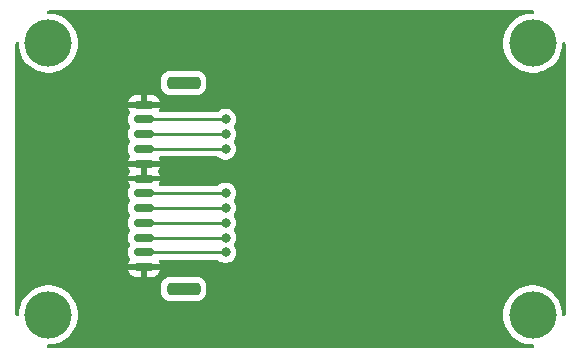
<source format=gbr>
%TF.GenerationSoftware,KiCad,Pcbnew,7.0.7*%
%TF.CreationDate,2023-10-31T21:22:21-06:00*%
%TF.ProjectId,hex-display,6865782d-6469-4737-906c-61792e6b6963,rev?*%
%TF.SameCoordinates,Original*%
%TF.FileFunction,Copper,L2,Bot*%
%TF.FilePolarity,Positive*%
%FSLAX46Y46*%
G04 Gerber Fmt 4.6, Leading zero omitted, Abs format (unit mm)*
G04 Created by KiCad (PCBNEW 7.0.7) date 2023-10-31 21:22:21*
%MOMM*%
%LPD*%
G01*
G04 APERTURE LIST*
G04 Aperture macros list*
%AMRoundRect*
0 Rectangle with rounded corners*
0 $1 Rounding radius*
0 $2 $3 $4 $5 $6 $7 $8 $9 X,Y pos of 4 corners*
0 Add a 4 corners polygon primitive as box body*
4,1,4,$2,$3,$4,$5,$6,$7,$8,$9,$2,$3,0*
0 Add four circle primitives for the rounded corners*
1,1,$1+$1,$2,$3*
1,1,$1+$1,$4,$5*
1,1,$1+$1,$6,$7*
1,1,$1+$1,$8,$9*
0 Add four rect primitives between the rounded corners*
20,1,$1+$1,$2,$3,$4,$5,0*
20,1,$1+$1,$4,$5,$6,$7,0*
20,1,$1+$1,$6,$7,$8,$9,0*
20,1,$1+$1,$8,$9,$2,$3,0*%
G04 Aperture macros list end*
%TA.AperFunction,ComponentPad*%
%ADD10C,4.000000*%
%TD*%
%TA.AperFunction,SMDPad,CuDef*%
%ADD11RoundRect,0.150000X0.700000X-0.150000X0.700000X0.150000X-0.700000X0.150000X-0.700000X-0.150000X0*%
%TD*%
%TA.AperFunction,SMDPad,CuDef*%
%ADD12RoundRect,0.250000X1.150000X-0.250000X1.150000X0.250000X-1.150000X0.250000X-1.150000X-0.250000X0*%
%TD*%
%TA.AperFunction,ViaPad*%
%ADD13C,0.800000*%
%TD*%
%TA.AperFunction,Conductor*%
%ADD14C,0.250000*%
%TD*%
G04 APERTURE END LIST*
D10*
%TO.P,H4,*%
%TO.N,*%
X164000000Y-101000000D03*
%TD*%
%TO.P,H2,*%
%TO.N,*%
X164000000Y-78000000D03*
%TD*%
%TO.P,H1,*%
%TO.N,*%
X123000000Y-78000000D03*
%TD*%
%TO.P,H3,*%
%TO.N,*%
X123000000Y-101000000D03*
%TD*%
D11*
%TO.P,J1,1,Pin_1*%
%TO.N,/GND*%
X131100000Y-96950000D03*
%TO.P,J1,2,Pin_2*%
%TO.N,/TFT_RES*%
X131100000Y-95700000D03*
%TO.P,J1,3,Pin_3*%
%TO.N,/TFT_SDA*%
X131100000Y-94450000D03*
%TO.P,J1,4,Pin_4*%
%TO.N,/TFT_SCL*%
X131100000Y-93200000D03*
%TO.P,J1,5,Pin_5*%
%TO.N,/TFT_CS*%
X131100000Y-91950000D03*
%TO.P,J1,6,Pin_6*%
%TO.N,/TFT_DC*%
X131100000Y-90700000D03*
%TO.P,J1,7,Pin_7*%
%TO.N,/GND*%
X131100000Y-89450000D03*
%TO.P,J1,8,Pin_8*%
X131100000Y-88200000D03*
%TO.P,J1,9,Pin_9*%
%TO.N,/3V3*%
X131100000Y-86950000D03*
%TO.P,J1,10,Pin_10*%
%TO.N,/LEDA*%
X131100000Y-85700000D03*
%TO.P,J1,11,Pin_11*%
%TO.N,/LEDK*%
X131100000Y-84450000D03*
%TO.P,J1,12,Pin_12*%
%TO.N,/GND*%
X131100000Y-83200000D03*
D12*
%TO.P,J1,MP*%
%TO.N,N/C*%
X134450000Y-98800000D03*
X134450000Y-81350000D03*
%TD*%
D13*
%TO.N,/TFT_RES*%
X138000000Y-95700000D03*
%TO.N,/TFT_SDA*%
X138000000Y-94450000D03*
%TO.N,/TFT_SCL*%
X138000000Y-93200000D03*
%TO.N,/TFT_CS*%
X138000000Y-91950000D03*
%TO.N,/TFT_DC*%
X138000000Y-90700000D03*
%TO.N,/3V3*%
X138000000Y-86950000D03*
%TO.N,/LEDA*%
X138000000Y-85700000D03*
%TO.N,/LEDK*%
X138000000Y-84450000D03*
%TO.N,/GND*%
X150500000Y-93900000D03*
X150500000Y-89000000D03*
X150500000Y-86200000D03*
%TD*%
D14*
%TO.N,/TFT_RES*%
X131100000Y-95700000D02*
X138000000Y-95700000D01*
%TO.N,/TFT_SDA*%
X131100000Y-94450000D02*
X138000000Y-94450000D01*
%TO.N,/TFT_SCL*%
X131100000Y-93200000D02*
X138000000Y-93200000D01*
%TO.N,/TFT_CS*%
X131100000Y-91950000D02*
X138000000Y-91950000D01*
%TO.N,/TFT_DC*%
X131100000Y-90700000D02*
X138000000Y-90700000D01*
%TO.N,/3V3*%
X131100000Y-86950000D02*
X138000000Y-86950000D01*
%TO.N,/LEDA*%
X131100000Y-85700000D02*
X138000000Y-85700000D01*
%TO.N,/LEDK*%
X131100000Y-84450000D02*
X138000000Y-84450000D01*
%TD*%
%TA.AperFunction,Conductor*%
%TO.N,/GND*%
G36*
X164015677Y-75219685D02*
G01*
X164036319Y-75236319D01*
X164087819Y-75287819D01*
X164121304Y-75349142D01*
X164116320Y-75418834D01*
X164074448Y-75474767D01*
X164008984Y-75499184D01*
X164000138Y-75499500D01*
X163842670Y-75499500D01*
X163530536Y-75538932D01*
X163530523Y-75538934D01*
X163225774Y-75617180D01*
X163225771Y-75617181D01*
X162933242Y-75733001D01*
X162933241Y-75733002D01*
X162657516Y-75884584D01*
X162657504Y-75884591D01*
X162402978Y-76069515D01*
X162402968Y-76069523D01*
X162173608Y-76284907D01*
X162173606Y-76284909D01*
X161973054Y-76527334D01*
X161973051Y-76527338D01*
X161804464Y-76792990D01*
X161804461Y-76792996D01*
X161670499Y-77077678D01*
X161670497Y-77077683D01*
X161573270Y-77376916D01*
X161514311Y-77685988D01*
X161514310Y-77685995D01*
X161494556Y-77999994D01*
X161494556Y-78000005D01*
X161514310Y-78314004D01*
X161514311Y-78314011D01*
X161573270Y-78623083D01*
X161670497Y-78922316D01*
X161670499Y-78922321D01*
X161804461Y-79207003D01*
X161804464Y-79207009D01*
X161973051Y-79472661D01*
X161973054Y-79472665D01*
X162173606Y-79715090D01*
X162173608Y-79715092D01*
X162402968Y-79930476D01*
X162402978Y-79930484D01*
X162657504Y-80115408D01*
X162657509Y-80115410D01*
X162657516Y-80115416D01*
X162933234Y-80266994D01*
X162933239Y-80266996D01*
X162933241Y-80266997D01*
X162933242Y-80266998D01*
X163225771Y-80382818D01*
X163225774Y-80382819D01*
X163530523Y-80461065D01*
X163530527Y-80461066D01*
X163596010Y-80469338D01*
X163842670Y-80500499D01*
X163842679Y-80500499D01*
X163842682Y-80500500D01*
X163842684Y-80500500D01*
X164157316Y-80500500D01*
X164157318Y-80500500D01*
X164157321Y-80500499D01*
X164157329Y-80500499D01*
X164343593Y-80476968D01*
X164469473Y-80461066D01*
X164774225Y-80382819D01*
X164831857Y-80360001D01*
X165066757Y-80266998D01*
X165066758Y-80266997D01*
X165066756Y-80266997D01*
X165066766Y-80266994D01*
X165342484Y-80115416D01*
X165597030Y-79930478D01*
X165826390Y-79715094D01*
X166026947Y-79472663D01*
X166195537Y-79207007D01*
X166329503Y-78922315D01*
X166426731Y-78623079D01*
X166485688Y-78314015D01*
X166505444Y-78000000D01*
X166505444Y-77999994D01*
X166505635Y-77996966D01*
X166529490Y-77931295D01*
X166585062Y-77888946D01*
X166654709Y-77883364D01*
X166716317Y-77916323D01*
X166717071Y-77917071D01*
X166763681Y-77963681D01*
X166797166Y-78025004D01*
X166800000Y-78051362D01*
X166800000Y-100948637D01*
X166780315Y-101015676D01*
X166763681Y-101036318D01*
X166717071Y-101082928D01*
X166655748Y-101116413D01*
X166586056Y-101111429D01*
X166530123Y-101069557D01*
X166505706Y-101004093D01*
X166505635Y-101003033D01*
X166485689Y-100685995D01*
X166485688Y-100685988D01*
X166485688Y-100685985D01*
X166426731Y-100376921D01*
X166329503Y-100077685D01*
X166195537Y-99792993D01*
X166026947Y-99527337D01*
X166026945Y-99527334D01*
X165826393Y-99284909D01*
X165826391Y-99284907D01*
X165597031Y-99069523D01*
X165597021Y-99069515D01*
X165342495Y-98884591D01*
X165342488Y-98884586D01*
X165342484Y-98884584D01*
X165066766Y-98733006D01*
X165066763Y-98733004D01*
X165066758Y-98733002D01*
X165066757Y-98733001D01*
X164774228Y-98617181D01*
X164774225Y-98617180D01*
X164469476Y-98538934D01*
X164469463Y-98538932D01*
X164157329Y-98499500D01*
X164157318Y-98499500D01*
X163842682Y-98499500D01*
X163842670Y-98499500D01*
X163530536Y-98538932D01*
X163530523Y-98538934D01*
X163225774Y-98617180D01*
X163225771Y-98617181D01*
X162933242Y-98733001D01*
X162933241Y-98733002D01*
X162657516Y-98884584D01*
X162657504Y-98884591D01*
X162402978Y-99069515D01*
X162402968Y-99069523D01*
X162173608Y-99284907D01*
X162173606Y-99284909D01*
X161973054Y-99527334D01*
X161973051Y-99527338D01*
X161804464Y-99792990D01*
X161804461Y-99792996D01*
X161670499Y-100077678D01*
X161670497Y-100077683D01*
X161573270Y-100376916D01*
X161514311Y-100685988D01*
X161514310Y-100685995D01*
X161494556Y-100999994D01*
X161494556Y-101000005D01*
X161514310Y-101314004D01*
X161514311Y-101314011D01*
X161573270Y-101623083D01*
X161670497Y-101922316D01*
X161670499Y-101922321D01*
X161804461Y-102207003D01*
X161804464Y-102207009D01*
X161973051Y-102472661D01*
X161973054Y-102472665D01*
X162173606Y-102715090D01*
X162173608Y-102715092D01*
X162402968Y-102930476D01*
X162402978Y-102930484D01*
X162657504Y-103115408D01*
X162657509Y-103115410D01*
X162657516Y-103115416D01*
X162933234Y-103266994D01*
X162933239Y-103266996D01*
X162933241Y-103266997D01*
X162933242Y-103266998D01*
X163225771Y-103382818D01*
X163225774Y-103382819D01*
X163473208Y-103446349D01*
X163530527Y-103461066D01*
X163596010Y-103469338D01*
X163842670Y-103500499D01*
X163842679Y-103500499D01*
X163842682Y-103500500D01*
X163842684Y-103500500D01*
X164000138Y-103500500D01*
X164067177Y-103520185D01*
X164112932Y-103572989D01*
X164122876Y-103642147D01*
X164093851Y-103705703D01*
X164087819Y-103712181D01*
X164036319Y-103763681D01*
X163974996Y-103797166D01*
X163948638Y-103800000D01*
X123051362Y-103800000D01*
X122984323Y-103780315D01*
X122963681Y-103763681D01*
X122912181Y-103712181D01*
X122878696Y-103650858D01*
X122883680Y-103581166D01*
X122925552Y-103525233D01*
X122991016Y-103500816D01*
X122999862Y-103500500D01*
X123157316Y-103500500D01*
X123157318Y-103500500D01*
X123157321Y-103500499D01*
X123157329Y-103500499D01*
X123343593Y-103476968D01*
X123469473Y-103461066D01*
X123774225Y-103382819D01*
X123774228Y-103382818D01*
X124066757Y-103266998D01*
X124066758Y-103266997D01*
X124066756Y-103266997D01*
X124066766Y-103266994D01*
X124342484Y-103115416D01*
X124597030Y-102930478D01*
X124826390Y-102715094D01*
X125026947Y-102472663D01*
X125195537Y-102207007D01*
X125329503Y-101922315D01*
X125426731Y-101623079D01*
X125485688Y-101314015D01*
X125498434Y-101111429D01*
X125505444Y-101000005D01*
X125505444Y-100999994D01*
X125485689Y-100685995D01*
X125485688Y-100685988D01*
X125485688Y-100685985D01*
X125426731Y-100376921D01*
X125329503Y-100077685D01*
X125195537Y-99792993D01*
X125026947Y-99527337D01*
X125026945Y-99527334D01*
X124826393Y-99284909D01*
X124826391Y-99284907D01*
X124629487Y-99100001D01*
X132549500Y-99100001D01*
X132549501Y-99100019D01*
X132560000Y-99202796D01*
X132560001Y-99202799D01*
X132587210Y-99284909D01*
X132615186Y-99369334D01*
X132707288Y-99518656D01*
X132831344Y-99642712D01*
X132980666Y-99734814D01*
X133147203Y-99789999D01*
X133249991Y-99800500D01*
X135650008Y-99800499D01*
X135752797Y-99789999D01*
X135919334Y-99734814D01*
X136068656Y-99642712D01*
X136192712Y-99518656D01*
X136284814Y-99369334D01*
X136339999Y-99202797D01*
X136350500Y-99100009D01*
X136350499Y-98499992D01*
X136339999Y-98397203D01*
X136284814Y-98230666D01*
X136192712Y-98081344D01*
X136068656Y-97957288D01*
X135919334Y-97865186D01*
X135752797Y-97810001D01*
X135752795Y-97810000D01*
X135650010Y-97799500D01*
X133249998Y-97799500D01*
X133249981Y-97799501D01*
X133147203Y-97810000D01*
X133147200Y-97810001D01*
X132980668Y-97865185D01*
X132980663Y-97865187D01*
X132831342Y-97957289D01*
X132707289Y-98081342D01*
X132615187Y-98230663D01*
X132615185Y-98230666D01*
X132615186Y-98230666D01*
X132560001Y-98397203D01*
X132560001Y-98397204D01*
X132560000Y-98397204D01*
X132549500Y-98499983D01*
X132549500Y-99100001D01*
X124629487Y-99100001D01*
X124597031Y-99069523D01*
X124597021Y-99069515D01*
X124342495Y-98884591D01*
X124342488Y-98884586D01*
X124342484Y-98884584D01*
X124066766Y-98733006D01*
X124066763Y-98733004D01*
X124066758Y-98733002D01*
X124066757Y-98733001D01*
X123774228Y-98617181D01*
X123774225Y-98617180D01*
X123469476Y-98538934D01*
X123469463Y-98538932D01*
X123157329Y-98499500D01*
X123157318Y-98499500D01*
X122842682Y-98499500D01*
X122842670Y-98499500D01*
X122530536Y-98538932D01*
X122530523Y-98538934D01*
X122225774Y-98617180D01*
X122225771Y-98617181D01*
X121933242Y-98733001D01*
X121933241Y-98733002D01*
X121657516Y-98884584D01*
X121657504Y-98884591D01*
X121402978Y-99069515D01*
X121402968Y-99069523D01*
X121173608Y-99284907D01*
X121173606Y-99284909D01*
X120973054Y-99527334D01*
X120973051Y-99527338D01*
X120804464Y-99792990D01*
X120804461Y-99792996D01*
X120670499Y-100077678D01*
X120670497Y-100077683D01*
X120573270Y-100376916D01*
X120514311Y-100685988D01*
X120514310Y-100685995D01*
X120494364Y-101003033D01*
X120470509Y-101068704D01*
X120414936Y-101111053D01*
X120345290Y-101116635D01*
X120283682Y-101083676D01*
X120282927Y-101082927D01*
X120236318Y-101036317D01*
X120202834Y-100974994D01*
X120200000Y-100948637D01*
X120200000Y-97200001D01*
X129752704Y-97200001D01*
X129752899Y-97202486D01*
X129798718Y-97360198D01*
X129882314Y-97501552D01*
X129882321Y-97501561D01*
X129998438Y-97617678D01*
X129998447Y-97617685D01*
X130139803Y-97701282D01*
X130139806Y-97701283D01*
X130297504Y-97747099D01*
X130297510Y-97747100D01*
X130334356Y-97750000D01*
X130850000Y-97750000D01*
X130850000Y-97200000D01*
X131350000Y-97200000D01*
X131350000Y-97750000D01*
X131865644Y-97750000D01*
X131902489Y-97747100D01*
X131902495Y-97747099D01*
X132060193Y-97701283D01*
X132060196Y-97701282D01*
X132201552Y-97617685D01*
X132201561Y-97617678D01*
X132317678Y-97501561D01*
X132317685Y-97501552D01*
X132401281Y-97360198D01*
X132447100Y-97202486D01*
X132447295Y-97200001D01*
X132447295Y-97200000D01*
X131350000Y-97200000D01*
X130850000Y-97200000D01*
X129752705Y-97200000D01*
X129752704Y-97200001D01*
X120200000Y-97200001D01*
X120200000Y-95915696D01*
X129749500Y-95915696D01*
X129752401Y-95952567D01*
X129752402Y-95952573D01*
X129798254Y-96110393D01*
X129798255Y-96110396D01*
X129885890Y-96258580D01*
X129884045Y-96259670D01*
X129905551Y-96314463D01*
X129891862Y-96382979D01*
X129886252Y-96391707D01*
X129886288Y-96391729D01*
X129798718Y-96539801D01*
X129752899Y-96697513D01*
X129752704Y-96699998D01*
X129752705Y-96700000D01*
X132447295Y-96700000D01*
X132447295Y-96699998D01*
X132447100Y-96697513D01*
X132401281Y-96539801D01*
X132385207Y-96512621D01*
X132368024Y-96444897D01*
X132390184Y-96378635D01*
X132444650Y-96334871D01*
X132491939Y-96325500D01*
X137296252Y-96325500D01*
X137363291Y-96345185D01*
X137388400Y-96366526D01*
X137394126Y-96372885D01*
X137394130Y-96372889D01*
X137547265Y-96484148D01*
X137547270Y-96484151D01*
X137720192Y-96561142D01*
X137720197Y-96561144D01*
X137905354Y-96600500D01*
X137905355Y-96600500D01*
X138094644Y-96600500D01*
X138094646Y-96600500D01*
X138279803Y-96561144D01*
X138452730Y-96484151D01*
X138605871Y-96372888D01*
X138732533Y-96232216D01*
X138827179Y-96068284D01*
X138885674Y-95888256D01*
X138905460Y-95700000D01*
X138885674Y-95511744D01*
X138827179Y-95331716D01*
X138732533Y-95167784D01*
X138723696Y-95157969D01*
X138693468Y-95094976D01*
X138702095Y-95025641D01*
X138723696Y-94992029D01*
X138732533Y-94982216D01*
X138827179Y-94818284D01*
X138885674Y-94638256D01*
X138905460Y-94450000D01*
X138885674Y-94261744D01*
X138827179Y-94081716D01*
X138732533Y-93917784D01*
X138723698Y-93907972D01*
X138693469Y-93844981D01*
X138702093Y-93775646D01*
X138723699Y-93742027D01*
X138732533Y-93732216D01*
X138827179Y-93568284D01*
X138885674Y-93388256D01*
X138905460Y-93200000D01*
X138885674Y-93011744D01*
X138827179Y-92831716D01*
X138732533Y-92667784D01*
X138723696Y-92657969D01*
X138693468Y-92594976D01*
X138702095Y-92525641D01*
X138723696Y-92492029D01*
X138732533Y-92482216D01*
X138827179Y-92318284D01*
X138885674Y-92138256D01*
X138905460Y-91950000D01*
X138885674Y-91761744D01*
X138827179Y-91581716D01*
X138732533Y-91417784D01*
X138723698Y-91407972D01*
X138693469Y-91344981D01*
X138702093Y-91275646D01*
X138723699Y-91242027D01*
X138732533Y-91232216D01*
X138827179Y-91068284D01*
X138885674Y-90888256D01*
X138905460Y-90700000D01*
X138885674Y-90511744D01*
X138827179Y-90331716D01*
X138732533Y-90167784D01*
X138605871Y-90027112D01*
X138605870Y-90027111D01*
X138452734Y-89915851D01*
X138452729Y-89915848D01*
X138279807Y-89838857D01*
X138279802Y-89838855D01*
X138134001Y-89807865D01*
X138094646Y-89799500D01*
X137905354Y-89799500D01*
X137872897Y-89806398D01*
X137720197Y-89838855D01*
X137720192Y-89838857D01*
X137547270Y-89915848D01*
X137547265Y-89915851D01*
X137394130Y-90027110D01*
X137394126Y-90027114D01*
X137388400Y-90033474D01*
X137328913Y-90070121D01*
X137296252Y-90074500D01*
X132491939Y-90074500D01*
X132424900Y-90054815D01*
X132379145Y-90002011D01*
X132369201Y-89932853D01*
X132385207Y-89887379D01*
X132401281Y-89860198D01*
X132447100Y-89702486D01*
X132447295Y-89700001D01*
X132447295Y-89700000D01*
X129752705Y-89700000D01*
X129752704Y-89700001D01*
X129752899Y-89702486D01*
X129798718Y-89860198D01*
X129886288Y-90008271D01*
X129884285Y-90009455D01*
X129905551Y-90063645D01*
X129891860Y-90132160D01*
X129885671Y-90141788D01*
X129798255Y-90289603D01*
X129798254Y-90289606D01*
X129752402Y-90447426D01*
X129752401Y-90447432D01*
X129749500Y-90484304D01*
X129749500Y-90915696D01*
X129752401Y-90952567D01*
X129752402Y-90952573D01*
X129798254Y-91110393D01*
X129798255Y-91110396D01*
X129885890Y-91258580D01*
X129883919Y-91259745D01*
X129905232Y-91314058D01*
X129891540Y-91382573D01*
X129885864Y-91391404D01*
X129885890Y-91391420D01*
X129798255Y-91539603D01*
X129798254Y-91539606D01*
X129752402Y-91697426D01*
X129752401Y-91697432D01*
X129749500Y-91734304D01*
X129749500Y-92165696D01*
X129752401Y-92202567D01*
X129752402Y-92202573D01*
X129798254Y-92360393D01*
X129798255Y-92360396D01*
X129885890Y-92508580D01*
X129883919Y-92509745D01*
X129905232Y-92564058D01*
X129891540Y-92632573D01*
X129885864Y-92641404D01*
X129885890Y-92641420D01*
X129798255Y-92789603D01*
X129798254Y-92789606D01*
X129752402Y-92947426D01*
X129752401Y-92947432D01*
X129749500Y-92984304D01*
X129749500Y-93415696D01*
X129752401Y-93452567D01*
X129752402Y-93452573D01*
X129798254Y-93610393D01*
X129798255Y-93610396D01*
X129885890Y-93758580D01*
X129883919Y-93759745D01*
X129905232Y-93814058D01*
X129891540Y-93882573D01*
X129885864Y-93891404D01*
X129885890Y-93891420D01*
X129798255Y-94039603D01*
X129798254Y-94039606D01*
X129752402Y-94197426D01*
X129752401Y-94197432D01*
X129749500Y-94234304D01*
X129749500Y-94665696D01*
X129752401Y-94702567D01*
X129752402Y-94702573D01*
X129798254Y-94860393D01*
X129798255Y-94860396D01*
X129885890Y-95008580D01*
X129883919Y-95009745D01*
X129905232Y-95064058D01*
X129891540Y-95132573D01*
X129885864Y-95141404D01*
X129885890Y-95141420D01*
X129798255Y-95289603D01*
X129798254Y-95289606D01*
X129752402Y-95447426D01*
X129752401Y-95447432D01*
X129749500Y-95484304D01*
X129749500Y-95915696D01*
X120200000Y-95915696D01*
X120200000Y-89199998D01*
X129752704Y-89199998D01*
X129752705Y-89200000D01*
X130850000Y-89200000D01*
X130850000Y-88450000D01*
X131350000Y-88450000D01*
X131350000Y-89200000D01*
X132447295Y-89200000D01*
X132447295Y-89199998D01*
X132447100Y-89197513D01*
X132401281Y-89039801D01*
X132313712Y-88891729D01*
X132315588Y-88890619D01*
X132294130Y-88835954D01*
X132307815Y-88767438D01*
X132313760Y-88758189D01*
X132401281Y-88610198D01*
X132447100Y-88452486D01*
X132447295Y-88450001D01*
X132447295Y-88450000D01*
X131350000Y-88450000D01*
X130850000Y-88450000D01*
X129752705Y-88450000D01*
X129752704Y-88450001D01*
X129752899Y-88452486D01*
X129798718Y-88610198D01*
X129886288Y-88758271D01*
X129884412Y-88759380D01*
X129905870Y-88814050D01*
X129892182Y-88882566D01*
X129886228Y-88891829D01*
X129798718Y-89039801D01*
X129752899Y-89197513D01*
X129752704Y-89199998D01*
X120200000Y-89199998D01*
X120200000Y-87165696D01*
X129749500Y-87165696D01*
X129752401Y-87202567D01*
X129752402Y-87202573D01*
X129798254Y-87360393D01*
X129798255Y-87360396D01*
X129885890Y-87508580D01*
X129884045Y-87509670D01*
X129905551Y-87564463D01*
X129891862Y-87632979D01*
X129886252Y-87641707D01*
X129886288Y-87641729D01*
X129798718Y-87789801D01*
X129752899Y-87947513D01*
X129752704Y-87949998D01*
X129752705Y-87950000D01*
X132447295Y-87950000D01*
X132447295Y-87949998D01*
X132447100Y-87947513D01*
X132401281Y-87789801D01*
X132385207Y-87762621D01*
X132368024Y-87694897D01*
X132390184Y-87628635D01*
X132444650Y-87584871D01*
X132491939Y-87575500D01*
X137296252Y-87575500D01*
X137363291Y-87595185D01*
X137388400Y-87616526D01*
X137394126Y-87622885D01*
X137394130Y-87622889D01*
X137547265Y-87734148D01*
X137547270Y-87734151D01*
X137720192Y-87811142D01*
X137720197Y-87811144D01*
X137905354Y-87850500D01*
X137905355Y-87850500D01*
X138094644Y-87850500D01*
X138094646Y-87850500D01*
X138279803Y-87811144D01*
X138452730Y-87734151D01*
X138605871Y-87622888D01*
X138732533Y-87482216D01*
X138827179Y-87318284D01*
X138885674Y-87138256D01*
X138905460Y-86950000D01*
X138885674Y-86761744D01*
X138827179Y-86581716D01*
X138732533Y-86417784D01*
X138723698Y-86407972D01*
X138693469Y-86344981D01*
X138702093Y-86275646D01*
X138723699Y-86242027D01*
X138732533Y-86232216D01*
X138827179Y-86068284D01*
X138885674Y-85888256D01*
X138905460Y-85700000D01*
X138885674Y-85511744D01*
X138827179Y-85331716D01*
X138732533Y-85167784D01*
X138723696Y-85157969D01*
X138693468Y-85094976D01*
X138702095Y-85025641D01*
X138723696Y-84992029D01*
X138732533Y-84982216D01*
X138827179Y-84818284D01*
X138885674Y-84638256D01*
X138905460Y-84450000D01*
X138885674Y-84261744D01*
X138827179Y-84081716D01*
X138732533Y-83917784D01*
X138605871Y-83777112D01*
X138605870Y-83777111D01*
X138452734Y-83665851D01*
X138452729Y-83665848D01*
X138279807Y-83588857D01*
X138279802Y-83588855D01*
X138134001Y-83557865D01*
X138094646Y-83549500D01*
X137905354Y-83549500D01*
X137872897Y-83556398D01*
X137720197Y-83588855D01*
X137720192Y-83588857D01*
X137547270Y-83665848D01*
X137547265Y-83665851D01*
X137394130Y-83777110D01*
X137394126Y-83777114D01*
X137388400Y-83783474D01*
X137328913Y-83820121D01*
X137296252Y-83824500D01*
X132491939Y-83824500D01*
X132424900Y-83804815D01*
X132379145Y-83752011D01*
X132369201Y-83682853D01*
X132385207Y-83637379D01*
X132401281Y-83610198D01*
X132447100Y-83452486D01*
X132447295Y-83450001D01*
X132447295Y-83450000D01*
X129752705Y-83450000D01*
X129752704Y-83450001D01*
X129752899Y-83452486D01*
X129798718Y-83610198D01*
X129886288Y-83758271D01*
X129884285Y-83759455D01*
X129905551Y-83813645D01*
X129891860Y-83882160D01*
X129885671Y-83891788D01*
X129798255Y-84039603D01*
X129798254Y-84039606D01*
X129752402Y-84197426D01*
X129752401Y-84197432D01*
X129749500Y-84234304D01*
X129749500Y-84665696D01*
X129752401Y-84702567D01*
X129752402Y-84702573D01*
X129798254Y-84860393D01*
X129798255Y-84860396D01*
X129885890Y-85008580D01*
X129883919Y-85009745D01*
X129905232Y-85064058D01*
X129891540Y-85132573D01*
X129885864Y-85141404D01*
X129885890Y-85141420D01*
X129798255Y-85289603D01*
X129798254Y-85289606D01*
X129752402Y-85447426D01*
X129752401Y-85447432D01*
X129749500Y-85484304D01*
X129749500Y-85915696D01*
X129752401Y-85952567D01*
X129752402Y-85952573D01*
X129798254Y-86110393D01*
X129798255Y-86110396D01*
X129885890Y-86258580D01*
X129883919Y-86259745D01*
X129905232Y-86314058D01*
X129891540Y-86382573D01*
X129885864Y-86391404D01*
X129885890Y-86391420D01*
X129798255Y-86539603D01*
X129798254Y-86539606D01*
X129752402Y-86697426D01*
X129752401Y-86697432D01*
X129749500Y-86734304D01*
X129749500Y-87165696D01*
X120200000Y-87165696D01*
X120200000Y-82949998D01*
X129752704Y-82949998D01*
X129752705Y-82950000D01*
X130850000Y-82950000D01*
X130850000Y-82400000D01*
X131350000Y-82400000D01*
X131350000Y-82950000D01*
X132447295Y-82950000D01*
X132447295Y-82949998D01*
X132447100Y-82947513D01*
X132401281Y-82789801D01*
X132317685Y-82648447D01*
X132317678Y-82648438D01*
X132201561Y-82532321D01*
X132201552Y-82532314D01*
X132060196Y-82448717D01*
X132060193Y-82448716D01*
X131902495Y-82402900D01*
X131902489Y-82402899D01*
X131865644Y-82400000D01*
X131350000Y-82400000D01*
X130850000Y-82400000D01*
X130334356Y-82400000D01*
X130297510Y-82402899D01*
X130297504Y-82402900D01*
X130139806Y-82448716D01*
X130139803Y-82448717D01*
X129998447Y-82532314D01*
X129998438Y-82532321D01*
X129882321Y-82648438D01*
X129882314Y-82648447D01*
X129798718Y-82789801D01*
X129752899Y-82947513D01*
X129752704Y-82949998D01*
X120200000Y-82949998D01*
X120200000Y-81650001D01*
X132549500Y-81650001D01*
X132549501Y-81650019D01*
X132560000Y-81752796D01*
X132560001Y-81752799D01*
X132615185Y-81919331D01*
X132615186Y-81919334D01*
X132707288Y-82068656D01*
X132831344Y-82192712D01*
X132980666Y-82284814D01*
X133147203Y-82339999D01*
X133249991Y-82350500D01*
X135650008Y-82350499D01*
X135752797Y-82339999D01*
X135919334Y-82284814D01*
X136068656Y-82192712D01*
X136192712Y-82068656D01*
X136284814Y-81919334D01*
X136339999Y-81752797D01*
X136350500Y-81650009D01*
X136350499Y-81049992D01*
X136339999Y-80947203D01*
X136284814Y-80780666D01*
X136192712Y-80631344D01*
X136068656Y-80507288D01*
X135919334Y-80415186D01*
X135752797Y-80360001D01*
X135752795Y-80360000D01*
X135650010Y-80349500D01*
X133249998Y-80349500D01*
X133249981Y-80349501D01*
X133147203Y-80360000D01*
X133147200Y-80360001D01*
X132980668Y-80415185D01*
X132980663Y-80415187D01*
X132831342Y-80507289D01*
X132707289Y-80631342D01*
X132615187Y-80780663D01*
X132615185Y-80780666D01*
X132615186Y-80780666D01*
X132560001Y-80947203D01*
X132560001Y-80947204D01*
X132560000Y-80947204D01*
X132549500Y-81049983D01*
X132549500Y-81650001D01*
X120200000Y-81650001D01*
X120200000Y-78051361D01*
X120219685Y-77984322D01*
X120236313Y-77963686D01*
X120282931Y-77917068D01*
X120344250Y-77883585D01*
X120413941Y-77888569D01*
X120469875Y-77930440D01*
X120494293Y-77995904D01*
X120494364Y-77996965D01*
X120514310Y-78314004D01*
X120514311Y-78314011D01*
X120573270Y-78623083D01*
X120670497Y-78922316D01*
X120670499Y-78922321D01*
X120804461Y-79207003D01*
X120804464Y-79207009D01*
X120973051Y-79472661D01*
X120973054Y-79472665D01*
X121173606Y-79715090D01*
X121173608Y-79715092D01*
X121402968Y-79930476D01*
X121402978Y-79930484D01*
X121657504Y-80115408D01*
X121657509Y-80115410D01*
X121657516Y-80115416D01*
X121933234Y-80266994D01*
X121933239Y-80266996D01*
X121933241Y-80266997D01*
X121933242Y-80266998D01*
X122225771Y-80382818D01*
X122225774Y-80382819D01*
X122530523Y-80461065D01*
X122530527Y-80461066D01*
X122596010Y-80469338D01*
X122842670Y-80500499D01*
X122842679Y-80500499D01*
X122842682Y-80500500D01*
X122842684Y-80500500D01*
X123157316Y-80500500D01*
X123157318Y-80500500D01*
X123157321Y-80500499D01*
X123157329Y-80500499D01*
X123343593Y-80476968D01*
X123469473Y-80461066D01*
X123774225Y-80382819D01*
X123831857Y-80360001D01*
X124066757Y-80266998D01*
X124066758Y-80266997D01*
X124066756Y-80266997D01*
X124066766Y-80266994D01*
X124342484Y-80115416D01*
X124597030Y-79930478D01*
X124826390Y-79715094D01*
X125026947Y-79472663D01*
X125195537Y-79207007D01*
X125329503Y-78922315D01*
X125426731Y-78623079D01*
X125485688Y-78314015D01*
X125505444Y-78000000D01*
X125505186Y-77995904D01*
X125485689Y-77685995D01*
X125485688Y-77685988D01*
X125485688Y-77685985D01*
X125426731Y-77376921D01*
X125329503Y-77077685D01*
X125195537Y-76792993D01*
X125026947Y-76527337D01*
X124834936Y-76295236D01*
X124826393Y-76284909D01*
X124826391Y-76284907D01*
X124597031Y-76069523D01*
X124597021Y-76069515D01*
X124342495Y-75884591D01*
X124342488Y-75884586D01*
X124342484Y-75884584D01*
X124066766Y-75733006D01*
X124066763Y-75733004D01*
X124066758Y-75733002D01*
X124066757Y-75733001D01*
X123774228Y-75617181D01*
X123774225Y-75617180D01*
X123469476Y-75538934D01*
X123469463Y-75538932D01*
X123157329Y-75499500D01*
X123157318Y-75499500D01*
X122999862Y-75499500D01*
X122932823Y-75479815D01*
X122887068Y-75427011D01*
X122877124Y-75357853D01*
X122906149Y-75294297D01*
X122912181Y-75287819D01*
X122963681Y-75236319D01*
X123025004Y-75202834D01*
X123051362Y-75200000D01*
X163948638Y-75200000D01*
X164015677Y-75219685D01*
G37*
%TD.AperFunction*%
%TD*%
M02*

</source>
